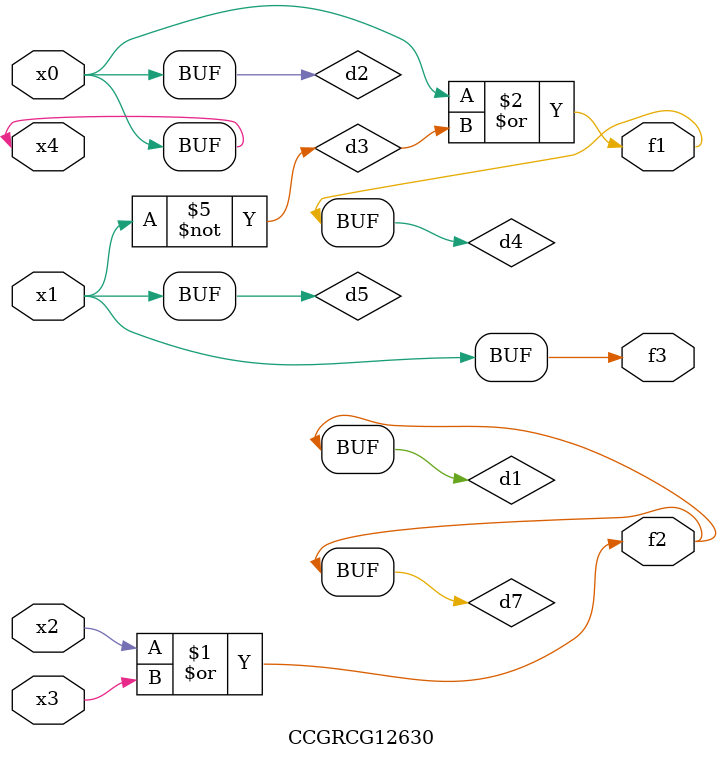
<source format=v>
module CCGRCG12630(
	input x0, x1, x2, x3, x4,
	output f1, f2, f3
);

	wire d1, d2, d3, d4, d5, d6, d7;

	or (d1, x2, x3);
	buf (d2, x0, x4);
	not (d3, x1);
	or (d4, d2, d3);
	not (d5, d3);
	nand (d6, d1, d3);
	or (d7, d1);
	assign f1 = d4;
	assign f2 = d7;
	assign f3 = d5;
endmodule

</source>
